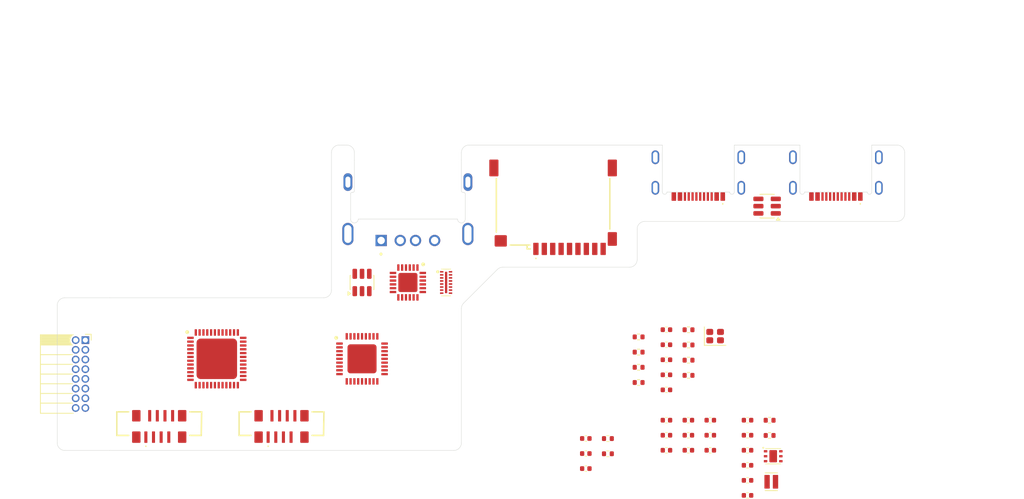
<source format=kicad_pcb>
(kicad_pcb (version 20241229) (generator "pcbnew") (generator_version "9.0")
  (layers (0 "F.Cu" signal) (2 "B.Cu" signal) (13 "F.Paste" user) (15 "B.Paste" user) (5 "F.SilkS" user "F.Silkscreen") (7 "B.SilkS" user "B.Silkscreen") (1 "F.Mask" user) (3 "B.Mask" user) (25 "Edge.Cuts" user))
  (net 0 "")
  (net 57 "GND")
  (net 61 "/SD Card/CD")
  (net 62 "+1V2")
  (net 65 "/USB Hub/XTAL2")
  (net 66 "/USB Hub/XTAL1")
  (net 67 "+3V3")
  (net 68 "/MCU/VREF+")
  (net 69 "VBUS")
  (net 70 "/Power/FB_1V8")
  (net 71 "/SD Card/SDREG")
  (net 72 "/SD Card/VDD")
  (net 73 "/SD Card/SD_VCC")
  (net 74 "/SD Card/SD_CLK_EX")
  (net 75 "/SD Card/SD_D1")
  (net 76 "/SD Card/SD_D3_EX")
  (net 77 "/SD Card/SD_D0")
  (net 78 "/SD Card/SD_CMD")
  (net 80 "/SD Card/SD_D1_EX")
  (net 81 "/SD Card/SD_D2_EX")
  (net 83 "/SD Card/SD_D3")
  (net 84 "/SD Card/SD_CMD_EX")
  (net 86 "/SD Card/SD_CLK")
  (net 87 "/SD Card/SD_D2")
  (net 88 "/SD Card/SD_D0_EX")
  (net 89 "/USB Connectors/USB0_CC2")
  (net 90 "/USB Connectors/USB0.DP")
  (net 91 "/USB Connectors/USB0_CC1")
  (net 92 "/USB Connectors/USB0.DN")
  (net 93 "/USB Connectors/USB1_CC1")
  (net 94 "/USB Connectors/USB1.DN")
  (net 95 "/USB Connectors/USB1.DP")
  (net 96 "/USB Connectors/USB1_CC2")
  (net 97 "/USB Connectors/USB2.DN")
  (net 98 "/USB Connectors/USB2.DP")
  (net 115 "/Power/SW_1V8")
  (net 116 "/MCU/SCL")
  (net 117 "/MCU/SDA")
  (net 118 "/USB Hub/RBIAS")
  (net 119 "/USB Hub/VBUS_DET")
  (net 120 "/USB Hub/CFG_SEL1")
  (net 121 "/MCU/DN")
  (net 122 "/SD Card/DP")
  (net 123 "/Daughter Board Connectors/~{KEYS_RST}")
  (net 124 "/MCU/DP")
  (net 125 "/SD Card/DN")
  (net 126 "/Debug Connector/CTRL.SWDIO")
  (net 127 "/Debug Connector/CTRL.SWCLK")
  (net 130 "/Daughter Board Connectors/KNOB.TX")
  (net 131 "/Daughter Board Connectors/KNOB.RX")
  (net 132 "/Daughter Board Connectors/KNOB.SWDIO")
  (net 133 "/Daughter Board Connectors/KNOB.SWCLK")
  (net 134 "/Daughter Board Connectors/KEYS.SWDIO")
  (net 135 "/Daughter Board Connectors/KEYS.RX")
  (net 136 "/Daughter Board Connectors/KEYS.SWCLK")
  (net 137 "/Daughter Board Connectors/KEYS.TX")
  (footprint "Connector_PinSocket_1.27mm:PinSocket_2x08_P1.27mm_Horizontal" (layer "F.Cu") (at 97.8 103.55)
    (property "Reference" "J501" (hide yes))
    (property "Value" "Conn_02x08_Odd_Even")
    (pad "1" thru_hole rect (at 0 0) (size 1 1) (drill 0.65) (layers "*.Cu" "*.Mask"))
    (pad "2" thru_hole circle (at -1.27 0) (size 1 1) (drill 0.65) (layers "*.Cu" "*.Mask"))
    (pad "3" thru_hole circle (at 0 1.27) (size 1 1) (drill 0.65) (layers "*.Cu" "*.Mask"))
    (pad "4" thru_hole circle (at -1.27 1.27) (size 1 1) (drill 0.65) (layers "*.Cu" "*.Mask"))
    (pad "5" thru_hole circle (at 0 2.54) (size 1 1) (drill 0.65) (layers "*.Cu" "*.Mask"))
    (pad "6" thru_hole circle (at -1.27 2.54) (size 1 1) (drill 0.65) (layers "*.Cu" "*.Mask"))
    (pad "7" thru_hole circle (at 0 3.81) (size 1 1) (drill 0.65) (layers "*.Cu" "*.Mask"))
    (pad "8" thru_hole circle (at -1.27 3.81) (size 1 1) (drill 0.65) (layers "*.Cu" "*.Mask"))
    (pad "9" thru_hole circle (at 0 5.08) (size 1 1) (drill 0.65) (layers "*.Cu" "*.Mask"))
    (pad "10" thru_hole circle (at -1.27 5.08) (size 1 1) (drill 0.65) (layers "*.Cu" "*.Mask"))
    (pad "11" thru_hole circle (at 0 6.35) (size 1 1) (drill 0.65) (layers "*.Cu" "*.Mask"))
    (pad "12" thru_hole circle (at -1.27 6.35) (size 1 1) (drill 0.65) (layers "*.Cu" "*.Mask"))
    (pad "13" thru_hole circle (at 0 7.62) (size 1 1) (drill 0.65) (layers "*.Cu" "*.Mask"))
    (pad "14" thru_hole circle (at -1.27 7.62) (size 1 1) (drill 0.65) (layers "*.Cu" "*.Mask"))
    (pad "15" thru_hole circle (at 0 8.89) (size 1 1) (drill 0.65) (layers "*.Cu" "*.Mask"))
    (pad "16" thru_hole circle (at -1.27 8.89) (size 1 1) (drill 0.65) (layers "*.Cu" "*.Mask"))
  )
  (footprint "project_footprints:R_0402" (layer "F.Cu") (at 176.72 108.165)
    (property "Reference" "R108" (hide yes))
    (property "Value" "10k" (hide yes))
    (pad "1" smd roundrect (at -0.51 0) (size 0.54 0.64) (layers "F.Cu" "F.Mask" "F.Paste") (net 120 "/USB Hub/CFG_SEL1"))
    (pad "2" smd roundrect (at 0.51 0) (size 0.54 0.64) (layers "F.Cu" "F.Mask" "F.Paste") (net 57 "GND"))
  )
  (footprint "project_footprints:C_0402" (layer "F.Cu") (at 179.57 117.975)
    (property "Reference" "C309" (hide yes))
    (property "Value" "4u7" (hide yes))
    (pad "1" smd roundrect (at -0.48 0) (size 0.56 0.62) (layers "F.Cu" "F.Mask" "F.Paste") (net 73 "/SD Card/SD_VCC"))
    (pad "2" smd roundrect (at 0.48 0) (size 0.56 0.62) (layers "F.Cu" "F.Mask" "F.Paste") (net 57 "GND"))
  )
  (footprint "project_footprints:R_0402" (layer "F.Cu") (at 187.33 114.045)
    (property "Reference" "R701" (hide yes))
    (property "Value" "820k" (hide yes))
    (pad "1" smd roundrect (at -0.51 0) (size 0.54 0.64) (layers "F.Cu" "F.Mask" "F.Paste") (net 67 "+3V3"))
    (pad "2" smd roundrect (at 0.51 0) (size 0.54 0.64) (layers "F.Cu" "F.Mask" "F.Paste") (net 70 "/Power/FB_1V8"))
  )
  (footprint "project_footprints:C_0402" (layer "F.Cu") (at 173.83 116.005)
    (property "Reference" "C302" (hide yes))
    (property "Value" "4u7" (hide yes))
    (pad "1" smd roundrect (at -0.48 0) (size 0.56 0.62) (layers "F.Cu" "F.Mask" "F.Paste") (net 71 "/SD Card/SDREG"))
    (pad "2" smd roundrect (at 0.48 0) (size 0.56 0.62) (layers "F.Cu" "F.Mask" "F.Paste") (net 57 "GND"))
  )
  (footprint "project_footprints:C_0402" (layer "F.Cu") (at 179.57 114.035)
    (property "Reference" "C307" (hide yes))
    (property "Value" "100n" (hide yes))
    (pad "1" smd roundrect (at -0.48 0) (size 0.56 0.62) (layers "F.Cu" "F.Mask" "F.Paste") (net 67 "+3V3"))
    (pad "2" smd roundrect (at 0.48 0) (size 0.56 0.62) (layers "F.Cu" "F.Mask" "F.Paste") (net 57 "GND"))
  )
  (footprint "project_footprints:R_0402" (layer "F.Cu") (at 187.33 116.035)
    (property "Reference" "R702" (hide yes))
    (property "Value" "182k" (hide yes))
    (pad "1" smd roundrect (at -0.51 0) (size 0.54 0.64) (layers "F.Cu" "F.Mask" "F.Paste") (net 70 "/Power/FB_1V8"))
    (pad "2" smd roundrect (at 0.51 0) (size 0.54 0.64) (layers "F.Cu" "F.Mask" "F.Paste") (net 57 "GND"))
  )
  (footprint "project_footprints:R_0402" (layer "F.Cu") (at 170.19 107.11)
    (property "Reference" "R203" (hide yes))
    (property "Value" "5k1" (hide yes))
    (pad "1" smd roundrect (at -0.51 0) (size 0.54 0.64) (layers "F.Cu" "F.Mask" "F.Paste") (net 89 "/USB Connectors/USB0_CC2"))
    (pad "2" smd roundrect (at 0.51 0) (size 0.54 0.64) (layers "F.Cu" "F.Mask" "F.Paste") (net 57 "GND"))
  )
  (footprint "project_footprints:C_0402" (layer "F.Cu") (at 184.44 117.975)
    (property "Reference" "C203" (hide yes))
    (property "Value" "22p" (hide yes))
    (pad "1" smd roundrect (at -0.48 0) (size 0.56 0.62) (layers "F.Cu" "F.Mask" "F.Paste") (net 67 "+3V3"))
    (pad "2" smd roundrect (at 0.48 0) (size 0.56 0.62) (layers "F.Cu" "F.Mask" "F.Paste") (net 70 "/Power/FB_1V8"))
  )
  (footprint "project_footprints:EMIF06MSD02N16" (layer "F.Cu") (at 145 96 -90)
    (property "Reference" "FL301" (hide yes))
    (property "Value" "EMIF06-MSD02N16" (hide yes))
    (pad "1" smd roundrect (at -1.4 0.575 270) (size 0.2 0.45) (layers "F.Cu" "F.Mask" "F.Paste") (roundrect_rratio 0.1) (net 61 "/SD Card/CD"))
    (pad "2" smd roundrect (at -1 0.575 270) (size 0.2 0.45) (layers "F.Cu" "F.Mask" "F.Paste") (roundrect_rratio 0.1))
    (pad "3" smd roundrect (at -0.6 0.575 270) (size 0.2 0.45) (layers "F.Cu" "F.Mask" "F.Paste") (roundrect_rratio 0.1) (net 87 "/SD Card/SD_D2"))
    (pad "4" smd roundrect (at -0.2 0.575 270) (size 0.2 0.45) (layers "F.Cu" "F.Mask" "F.Paste") (roundrect_rratio 0.1) (net 83 "/SD Card/SD_D3"))
    (pad "5" smd roundrect (at 0.2 0.575 270) (size 0.2 0.45) (layers "F.Cu" "F.Mask" "F.Paste") (roundrect_rratio 0.1) (net 78 "/SD Card/SD_CMD"))
    (pad "6" smd roundrect (at 0.6 0.575 270) (size 0.2 0.45) (layers "F.Cu" "F.Mask" "F.Paste") (roundrect_rratio 0.1) (net 86 "/SD Card/SD_CLK"))
    (pad "7" smd roundrect (at 1 0.575 270) (size 0.2 0.45) (layers "F.Cu" "F.Mask" "F.Paste") (roundrect_rratio 0.1) (net 77 "/SD Card/SD_D0"))
    (pad "8" smd roundrect (at 1.4 0.575 270) (size 0.2 0.45) (layers "F.Cu" "F.Mask" "F.Paste") (roundrect_rratio 0.1) (net 75 "/SD Card/SD_D1"))
    (pad "9" smd roundrect (at 1.4 -0.575 270) (size 0.2 0.45) (layers "F.Cu" "F.Mask" "F.Paste") (roundrect_rratio 0.1) (net 80 "/SD Card/SD_D1_EX"))
    (pad "10" smd roundrect (at 1 -0.575 270) (size 0.2 0.45) (layers "F.Cu" "F.Mask" "F.Paste") (roundrect_rratio 0.1) (net 88 "/SD Card/SD_D0_EX"))
    (pad "11" smd roundrect (at 0.6 -0.575 270) (size 0.2 0.45) (layers "F.Cu" "F.Mask" "F.Paste") (roundrect_rratio 0.1) (net 74 "/SD Card/SD_CLK_EX"))
    (pad "12" smd roundrect (at 0.2 -0.575 270) (size 0.2 0.45) (layers "F.Cu" "F.Mask" "F.Paste") (roundrect_rratio 0.1) (net 84 "/SD Card/SD_CMD_EX"))
    (pad "13" smd roundrect (at -0.2 -0.575 270) (size 0.2 0.45) (layers "F.Cu" "F.Mask" "F.Paste") (roundrect_rratio 0.1) (net 76 "/SD Card/SD_D3_EX"))
    (pad "14" smd roundrect (at -0.6 -0.575 270) (size 0.2 0.45) (layers "F.Cu" "F.Mask" "F.Paste") (roundrect_rratio 0.1) (net 81 "/SD Card/SD_D2_EX"))
    (pad "15" smd roundrect (at -1 -0.575 270) (size 0.2 0.45) (layers "F.Cu" "F.Mask" "F.Paste") (roundrect_rratio 0.1))
    (pad "16" smd roundrect (at -1.4 -0.575 270) (size 0.2 0.45) (layers "F.Cu" "F.Mask" "F.Paste") (roundrect_rratio 0.1))
    (pad "17" smd roundrect (at 0 0) (size 0.3 2.8) (layers "F.Cu" "F.Mask" "F.Paste") (roundrect_rratio 0.1) (net 57 "GND"))
  )
  (footprint "project_footprints:C_0402" (layer "F.Cu") (at 173.83 104.155)
    (property "Reference" "C102" (hide yes))
    (property "Value" "10p" (hide yes))
    (pad "1" smd roundrect (at -0.48 0) (size 0.56 0.62) (layers "F.Cu" "F.Mask" "F.Paste") (net 65 "/USB Hub/XTAL2"))
    (pad "2" smd roundrect (at 0.48 0) (size 0.56 0.62) (layers "F.Cu" "F.Mask" "F.Paste") (net 57 "GND"))
  )
  (footprint "project_footprints:C_0402" (layer "F.Cu") (at 184.44 121.915)
    (property "Reference" "C205" (hide yes))
    (property "Value" "4u7" (hide yes))
    (pad "1" smd roundrect (at -0.48 0) (size 0.56 0.62) (layers "F.Cu" "F.Mask" "F.Paste") (net 67 "+3V3"))
    (pad "2" smd roundrect (at 0.48 0) (size 0.56 0.62) (layers "F.Cu" "F.Mask" "F.Paste") (net 57 "GND"))
  )
  (footprint "project_footprints:R_0402" (layer "F.Cu") (at 170.19 105.12)
    (property "Reference" "R202" (hide yes))
    (property "Value" "5k1" (hide yes))
    (pad "1" smd roundrect (at -0.51 0) (size 0.54 0.64) (layers "F.Cu" "F.Mask" "F.Paste") (net 93 "/USB Connectors/USB1_CC1"))
    (pad "2" smd roundrect (at 0.51 0) (size 0.54 0.64) (layers "F.Cu" "F.Mask" "F.Paste") (net 57 "GND"))
  )
  (footprint "project_footprints:QFN50P600X600X100-37N-D" (layer "F.Cu") (at 134 106)
    (property "Reference" "U101" (hide yes))
    (property "Value" "USB2534-1080AEN" (hide yes))
    (pad "1" smd roundrect (at -2.95 -2 90) (size 0.3 0.85) (layers "F.Cu" "F.Mask" "F.Paste") (roundrect_rratio 0.1) (net 94 "/USB Connectors/USB1.DN"))
    (pad "2" smd roundrect (at -2.95 -1.5 90) (size 0.3 0.85) (layers "F.Cu" "F.Mask" "F.Paste") (roundrect_rratio 0.1) (net 95 "/USB Connectors/USB1.DP"))
    (pad "3" smd roundrect (at -2.95 -1 90) (size 0.3 0.85) (layers "F.Cu" "F.Mask" "F.Paste") (roundrect_rratio 0.1) (net 97 "/USB Connectors/USB2.DN"))
    (pad "4" smd roundrect (at -2.95 -0.5 90) (size 0.3 0.85) (layers "F.Cu" "F.Mask" "F.Paste") (roundrect_rratio 0.1) (net 98 "/USB Connectors/USB2.DP"))
    (pad "5" smd roundrect (at -2.95 0 90) (size 0.3 0.85) (layers "F.Cu" "F.Mask" "F.Paste") (roundrect_rratio 0.1))
    (pad "6" smd roundrect (at -2.95 0.5 90) (size 0.3 0.85) (layers "F.Cu" "F.Mask" "F.Paste") (roundrect_rratio 0.1) (net 125 "/SD Card/DN"))
    (pad "7" smd roundrect (at -2.95 1 90) (size 0.3 0.85) (layers "F.Cu" "F.Mask" "F.Paste") (roundrect_rratio 0.1) (net 122 "/SD Card/DP"))
    (pad "8" smd roundrect (at -2.95 1.5 90) (size 0.3 0.85) (layers "F.Cu" "F.Mask" "F.Paste") (roundrect_rratio 0.1) (net 121 "/MCU/DN"))
    (pad "9" smd roundrect (at -2.95 2 90) (size 0.3 0.85) (layers "F.Cu" "F.Mask" "F.Paste") (roundrect_rratio 0.1) (net 124 "/MCU/DP"))
    (pad "10" smd roundrect (at -2 2.95) (size 0.3 0.85) (layers "F.Cu" "F.Mask" "F.Paste") (roundrect_rratio 0.1) (net 67 "+3V3"))
    (pad "11" smd roundrect (at -1.5 2.95) (size 0.3 0.85) (layers "F.Cu" "F.Mask" "F.Paste") (roundrect_rratio 0.1))
    (pad "12" smd roundrect (at -1 2.95) (size 0.3 0.85) (layers "F.Cu" "F.Mask" "F.Paste") (roundrect_rratio 0.1))
    (pad "13" smd roundrect (at -0.5 2.95) (size 0.3 0.85) (layers "F.Cu" "F.Mask" "F.Paste") (roundrect_rratio 0.1))
    (pad "14" smd roundrect (at 0 2.95) (size 0.3 0.85) (layers "F.Cu" "F.Mask" "F.Paste") (roundrect_rratio 0.1) (net 62 "+1V2"))
    (pad "15" smd roundrect (at 0.5 2.95) (size 0.3 0.85) (layers "F.Cu" "F.Mask" "F.Paste") (roundrect_rratio 0.1) (net 67 "+3V3"))
    (pad "16" smd roundrect (at 1 2.95) (size 0.3 0.85) (layers "F.Cu" "F.Mask" "F.Paste") (roundrect_rratio 0.1))
    (pad "17" smd roundrect (at 1.5 2.95) (size 0.3 0.85) (layers "F.Cu" "F.Mask" "F.Paste") (roundrect_rratio 0.1))
    (pad "18" smd roundrect (at 2 2.95) (size 0.3 0.85) (layers "F.Cu" "F.Mask" "F.Paste") (roundrect_rratio 0.1))
    (pad "19" smd roundrect (at 2.95 2 90) (size 0.3 0.85) (layers "F.Cu" "F.Mask" "F.Paste") (roundrect_rratio 0.1))
    (pad "20" smd roundrect (at 2.95 1.5 90) (size 0.3 0.85) (layers "F.Cu" "F.Mask" "F.Paste") (roundrect_rratio 0.1))
    (pad "21" smd roundrect (at 2.95 1 90) (size 0.3 0.85) (layers "F.Cu" "F.Mask" "F.Paste") (roundrect_rratio 0.1))
    (pad "22" smd roundrect (at 2.95 0.5 90) (size 0.3 0.85) (layers "F.Cu" "F.Mask" "F.Paste") (roundrect_rratio 0.1) (net 117 "/MCU/SDA"))
    (pad "23" smd roundrect (at 2.95 0 90) (size 0.3 0.85) (layers "F.Cu" "F.Mask" "F.Paste") (roundrect_rratio 0.1) (net 67 "+3V3"))
    (pad "24" smd roundrect (at 2.95 -0.5 90) (size 0.3 0.85) (layers "F.Cu" "F.Mask" "F.Paste") (roundrect_rratio 0.1) (net 116 "/MCU/SCL"))
    (pad "25" smd roundrect (at 2.95 -1 90) (size 0.3 0.85) (layers "F.Cu" "F.Mask" "F.Paste") (roundrect_rratio 0.1) (net 120 "/USB Hub/CFG_SEL1"))
    (pad "26" smd roundrect (at 2.95 -1.5 90) (size 0.3 0.85) (layers "F.Cu" "F.Mask" "F.Paste") (roundrect_rratio 0.1) (net 123 "/Daughter Board Connectors/~{KEYS_RST}"))
    (pad "27" smd roundrect (at 2.95 -2 90) (size 0.3 0.85) (layers "F.Cu" "F.Mask" "F.Paste") (roundrect_rratio 0.1) (net 119 "/USB Hub/VBUS_DET"))
    (pad "28" smd roundrect (at 2 -2.95) (size 0.3 0.85) (layers "F.Cu" "F.Mask" "F.Paste") (roundrect_rratio 0.1))
    (pad "29" smd roundrect (at 1.5 -2.95) (size 0.3 0.85) (layers "F.Cu" "F.Mask" "F.Paste") (roundrect_rratio 0.1) (net 67 "+3V3"))
    (pad "30" smd roundrect (at 1 -2.95) (size 0.3 0.85) (layers "F.Cu" "F.Mask" "F.Paste") (roundrect_rratio 0.1) (net 92 "/USB Connectors/USB0.DN"))
    (pad "31" smd roundrect (at 0.5 -2.95) (size 0.3 0.85) (layers "F.Cu" "F.Mask" "F.Paste") (roundrect_rratio 0.1) (net 90 "/USB Connectors/USB0.DP"))
    (pad "32" smd roundrect (at 0 -2.95) (size 0.3 0.85) (layers "F.Cu" "F.Mask" "F.Paste") (roundrect_rratio 0.1) (net 65 "/USB Hub/XTAL2"))
    (pad "33" smd roundrect (at -0.5 -2.95) (size 0.3 0.85) (layers "F.Cu" "F.Mask" "F.Paste") (roundrect_rratio 0.1) (net 66 "/USB Hub/XTAL1"))
    (pad "34" smd roundrect (at -1 -2.95) (size 0.3 0.85) (layers "F.Cu" "F.Mask" "F.Paste") (roundrect_rratio 0.1))
    (pad "35" smd roundrect (at -1.5 -2.95) (size 0.3 0.85) (layers "F.Cu" "F.Mask" "F.Paste") (roundrect_rratio 0.1) (net 118 "/USB Hub/RBIAS"))
    (pad "36" smd roundrect (at -2 -2.95) (size 0.3 0.85) (layers "F.Cu" "F.Mask" "F.Paste") (roundrect_rratio 0.1) (net 67 "+3V3"))
    (pad "37" smd roundrect (at 0 0) (size 3.8 3.8) (layers "F.Cu" "F.Mask" "F.Paste") (roundrect_rratio 0.1) (net 57 "GND"))
  )
  (footprint "project_footprints:C_0402" (layer "F.Cu") (at 163.28 118.405)
    (property "Reference" "C110" (hide yes))
    (property "Value" "1u" (hide yes))
    (pad "1" smd roundrect (at -0.48 0) (size 0.56 0.62) (layers "F.Cu" "F.Mask" "F.Paste") (net 68 "/MCU/VREF+"))
    (pad "2" smd roundrect (at 0.48 0) (size 0.56 0.62) (layers "F.Cu" "F.Mask" "F.Paste") (net 57 "GND"))
  )
  (footprint "project_footprints:R_0402" (layer "F.Cu") (at 176.72 104.185)
    (property "Reference" "R104" (hide yes))
    (property "Value" "100k" (hide yes))
    (pad "1" smd roundrect (at -0.51 0) (size 0.54 0.64) (layers "F.Cu" "F.Mask" "F.Paste") (net 57 "GND"))
    (pad "2" smd roundrect (at 0.51 0) (size 0.54 0.64) (layers "F.Cu" "F.Mask" "F.Paste") (net 119 "/USB Hub/VBUS_DET"))
  )
  (footprint "project_footprints:C_0402" (layer "F.Cu") (at 173.83 106.125)
    (property "Reference" "C103" (hide yes))
    (property "Value" "10p" (hide yes))
    (pad "1" smd roundrect (at -0.48 0) (size 0.56 0.62) (layers "F.Cu" "F.Mask" "F.Paste") (net 66 "/USB Hub/XTAL1"))
    (pad "2" smd roundrect (at 0.48 0) (size 0.56 0.62) (layers "F.Cu" "F.Mask" "F.Paste") (net 57 "GND"))
  )
  (footprint "project_footprints:C_0402" (layer "F.Cu") (at 163.28 120.375)
    (property "Reference" "C111" (hide yes))
    (property "Value" "4u7" (hide yes))
    (pad "1" smd roundrect (at -0.48 0) (size 0.56 0.62) (layers "F.Cu" "F.Mask" "F.Paste") (net 67 "+3V3"))
    (pad "2" smd roundrect (at 0.48 0) (size 0.56 0.62) (layers "F.Cu" "F.Mask" "F.Paste") (net 57 "GND"))
  )
  (footprint "Crystal:Crystal_SMD_2016-4Pin_2.0x1.6mm" (layer "F.Cu") (at 180.2 103.025)
    (property "Reference" "Y101" (hide yes))
    (property "Value" "CX2016SA24000D0HLLG3")
    (pad "1" smd roundrect (at -0.7 0.55) (size 0.9 0.8) (layers "F.Cu" "F.Mask" "F.Paste") (net 65 "/USB Hub/XTAL2"))
    (pad "2" smd roundrect (at 0.7 0.55) (size 0.9 0.8) (layers "F.Cu" "F.Mask" "F.Paste") (net 57 "GND"))
    (pad "3" smd roundrect (at 0.7 -0.55) (size 0.9 0.8) (layers "F.Cu" "F.Mask" "F.Paste") (net 66 "/USB Hub/XTAL1"))
    (pad "4" smd roundrect (at -0.7 -0.55) (size 0.9 0.8) (layers "F.Cu" "F.Mask" "F.Paste") (net 57 "GND"))
  )
  (footprint "project_footprints:F31Z1A7H111008" (layer "F.Cu") (at 107.4647 114.6 180)
    (property "Reference" "J602" (hide yes))
    (property "Value" "F31Z1A7H111008" (hide yes))
    (pad "1" smd roundrect (at 1.75 -1.657 180) (size 0.4 1.5) (layers "F.Cu" "F.Mask" "F.Paste") (roundrect_rratio 0.1) (net 123 "/Daughter Board Connectors/~{KEYS_RST}"))
    (pad "2" smd roundrect (at 1.25 1.143 180) (size 0.4 1.5) (layers "F.Cu" "F.Mask" "F.Paste") (roundrect_rratio 0.1) (net 134 "/Daughter Board Connectors/KEYS.SWDIO"))
    (pad "3" smd roundrect (at 0.75 -1.657 180) (size 0.4 1.5) (layers "F.Cu" "F.Mask" "F.Paste") (roundrect_rratio 0.1) (net 136 "/Daughter Board Connectors/KEYS.SWCLK"))
    (pad "4" smd roundrect (at 0.25 1.143 180) (size 0.4 1.5) (layers "F.Cu" "F.Mask" "F.Paste") (roundrect_rratio 0.1) (net 57 "GND"))
    (pad "5" smd roundrect (at -0.25 -1.657 180) (size 0.4 1.5) (layers "F.Cu" "F.Mask" "F.Paste") (roundrect_rratio 0.1) (net 137 "/Daughter Board Connectors/KEYS.TX"))
    (pad "6" smd roundrect (at -0.75 1.143 180) (size 0.4 1.5) (layers "F.Cu" "F.Mask" "F.Paste") (roundrect_rratio 0.1) (net 135 "/Daughter Board Connectors/KEYS.RX"))
    (pad "7" smd roundrect (at -1.25 -1.657 180) (size 0.4 1.5) (layers "F.Cu" "F.Mask" "F.Paste") (roundrect_rratio 0.1) (net 67 "+3V3"))
    (pad "8" smd roundrect (at -1.75 1.143 180) (size 0.4 1.5) (layers "F.Cu" "F.Mask" "F.Paste") (roundrect_rratio 0.1) (net 69 "VBUS"))
    (pad "9" smd roundrect (at 3 -1.657 180) (size 1.1 1.5) (layers "F.Cu" "F.Mask" "F.Paste") (roundrect_rratio 0.1) (net 57 "GND"))
    (pad "10" smd roundrect (at 3 1.143 180) (size 1.1 1.5) (layers "F.Cu" "F.Mask" "F.Paste") (roundrect_rratio 0.1) (net 57 "GND"))
    (pad "11" smd roundrect (at -3 -1.657 180) (size 1.1 1.5) (layers "F.Cu" "F.Mask" "F.Paste") (roundrect_rratio 0.1) (net 57 "GND"))
    (pad "12" smd roundrect (at -3 1.143 180) (size 1.1 1.5) (layers "F.Cu" "F.Mask" "F.Paste") (roundrect_rratio 0.1) (net 57 "GND"))
  )
  (footprint "project_footprints:R_0402" (layer "F.Cu") (at 170.19 109.1)
    (property "Reference" "R204" (hide yes))
    (property "Value" "5k1" (hide yes))
    (pad "1" smd roundrect (at -0.51 0) (size 0.54 0.64) (layers "F.Cu" "F.Mask" "F.Paste") (net 91 "/USB Connectors/USB0_CC1"))
    (pad "2" smd roundrect (at 0.51 0) (size 0.54 0.64) (layers "F.Cu" "F.Mask" "F.Paste") (net 57 "GND"))
  )
  (footprint "project_footprints:USB4510031A" (layer "F.Cu") (at 178 78 180)
    (property "Reference" "J102" (hide yes))
    (property "Value" "USB4510-03-1-A" (hide yes))
    (fp_line (start 4.7 0) (end 4.7 -6.15) (stroke (width 0.05)) (layer "Edge.Cuts"))
    (fp_line (start -4.1 -6.15) (end 4.1 -6.15) (stroke (width 0.05)) (layer "Edge.Cuts"))
    (fp_line (start -4.7 0) (end -4.7 -6.15) (stroke (width 0.05)) (layer "Edge.Cuts"))
    (fp_arc (start 4.1 -6.15) (mid 4.4 -6.45) (end 4.7 -6.15) (stroke (width 0.05)) (layer "Edge.Cuts"))
    (fp_arc (start -4.7 -6.15) (mid -4.4 -6.45) (end -4.1 -6.15) (stroke (width 0.05)) (layer "Edge.Cuts"))
    (pad "A1" smd roundrect (at -3.2 -6.75 180) (size 0.6 1.1) (layers "F.Cu" "F.Mask" "F.Paste") (roundrect_rratio 0.1) (net 57 "GND"))
    (pad "A4" smd roundrect (at -2.4 -6.75 180) (size 0.6 1.1) (layers "F.Cu" "F.Mask" "F.Paste") (roundrect_rratio 0.1) (net 69 "VBUS"))
    (pad "A5" smd roundrect (at -1.25 -6.75 180) (size 0.3 1.1) (layers "F.Cu" "F.Mask" "F.Paste") (roundrect_rratio 0.1) (net 93 "/USB Connectors/USB1_CC1"))
    (pad "A6" smd roundrect (at -0.25 -6.75 180) (size 0.3 1.1) (layers "F.Cu" "F.Mask" "F.Paste") (roundrect_rratio 0.1) (net 95 "/USB Connectors/USB1.DP"))
    (pad "A7" smd roundrect (at 0.25 -6.75 180) (size 0.3 1.1) (layers "F.Cu" "F.Mask" "F.Paste") (roundrect_rratio 0.1) (net 94 "/USB Connectors/USB1.DN"))
    (pad "A8" smd roundrect (at 1.25 -6.75 180) (size 0.3 1.1) (layers "F.Cu" "F.Mask" "F.Paste") (roundrect_rratio 0.1))
    (pad "A9" smd roundrect (at 2.4 -6.75 180) (size 0.6 1.1) (layers "F.Cu" "F.Mask" "F.Paste") (roundrect_rratio 0.1) (net 69 "VBUS"))
    (pad "A12" smd roundrect (at 3.2 -6.75 180) (size 0.6 1.1) (layers "F.Cu" "F.Mask" "F.Paste") (roundrect_rratio 0.1) (net 57 "GND"))
    (pad "B5" smd roundrect (at 1.75 -6.75 180) (size 0.3 1.1) (layers "F.Cu" "F.Mask" "F.Paste") (roundrect_rratio 0.1) (net 96 "/USB Connectors/USB1_CC2"))
    (pad "B6" smd roundrect (at 0.75 -6.75 180) (size 0.3 1.1) (layers "F.Cu" "F.Mask" "F.Paste") (roundrect_rratio 0.1) (net 95 "/USB Connectors/USB1.DP"))
    (pad "B7" smd roundrect (at -0.75 -6.75 180) (size 0.3 1.1) (layers "F.Cu" "F.Mask" "F.Paste") (roundrect_rratio 0.1) (net 94 "/USB Connectors/USB1.DN"))
    (pad "B8" smd roundrect (at -1.75 -6.75 180) (size 0.3 1.1) (layers "F.Cu" "F.Mask" "F.Paste") (roundrect_rratio 0.1))
    (pad "MH1" thru_hole oval (at -5.62 -5.6 180) (size 1 1.8) (drill oval 0.6 1.4) (layers "*.Cu" "*.Mask") (net 57 "GND"))
    (pad "MH2" thru_hole oval (at -5.62 -1.6 180) (size 1 1.8) (drill oval 0.6 1.4) (layers "*.Cu" "*.Mask") (net 57 "GND"))
    (pad "MH3" thru_hole oval (at 5.62 -1.6 180) (size 1 1.8) (drill oval 0.6 1.4) (layers "*.Cu" "*.Mask") (net 57 "GND"))
    (pad "MH4" thru_hole oval (at 5.62 -5.6 180) (size 1 1.8) (drill oval 0.6 1.4) (layers "*.Cu" "*.Mask") (net 57 "GND"))
  )
  (footprint "project_footprints:R_0402" (layer "F.Cu") (at 176.72 102.195)
    (property "Reference" "R103" (hide yes))
    (property "Value" "12k" (hide yes))
    (pad "1" smd roundrect (at -0.51 0) (size 0.54 0.64) (layers "F.Cu" "F.Mask" "F.Paste") (net 118 "/USB Hub/RBIAS"))
    (pad "2" smd roundrect (at 0.51 0) (size 0.54 0.64) (layers "F.Cu" "F.Mask" "F.Paste") (net 57 "GND"))
  )
  (footprint "project_footprints:R_0402" (layer "F.Cu") (at 170.19 103.13)
    (property "Reference" "R201" (hide yes))
    (property "Value" "5k1" (hide yes))
    (pad "1" smd roundrect (at -0.51 0) (size 0.54 0.64) (layers "F.Cu" "F.Mask" "F.Paste") (net 96 "/USB Connectors/USB1_CC2"))
    (pad "2" smd roundrect (at 0.51 0) (size 0.54 0.64) (layers "F.Cu" "F.Mask" "F.Paste") (net 57 "GND"))
  )
  (footprint "project_footprints:C_0402" (layer "F.Cu") (at 184.44 119.945)
    (property "Reference" "C204" (hide yes))
    (property "Value" "4u7" (hide yes))
    (pad "1" smd roundrect (at -0.48 0) (size 0.56 0.62) (layers "F.Cu" "F.Mask" "F.Paste") (net 67 "+3V3"))
    (pad "2" smd roundrect (at 0.48 0) (size 0.56 0.62) (layers "F.Cu" "F.Mask" "F.Paste") (net 57 "GND"))
  )
  (footprint "project_footprints:C_0402" (layer "F.Cu") (at 179.57 116.005)
    (property "Reference" "C308" (hide yes))
    (property "Value" "4u7" (hide yes))
    (pad "1" smd roundrect (at -0.48 0) (size 0.56 0.62) (layers "F.Cu" "F.Mask" "F.Paste") (net 73 "/SD Card/SD_VCC"))
    (pad "2" smd roundrect (at 0.48 0) (size 0.56 0.62) (layers "F.Cu" "F.Mask" "F.Paste") (net 57 "GND"))
  )
  (footprint "project_footprints:F31Z1A7H111008" (layer "F.Cu") (at 123.4647 114.6 180)
    (property "Reference" "J601" (hide yes))
    (property "Value" "F31Z1A7H111008" (hide yes))
    (pad "1" smd roundrect (at 1.75 -1.657 180) (size 0.4 1.5) (layers "F.Cu" "F.Mask" "F.Paste") (roundrect_rratio 0.1) (net 123 "/Daughter Board Connectors/~{KEYS_RST}"))
    (pad "2" smd roundrect (at 1.25 1.143 180) (size 0.4 1.5) (layers "F.Cu" "F.Mask" "F.Paste") (roundrect_rratio 0.1) (net 132 "/Daughter Board Connectors/KNOB.SWDIO"))
    (pad "3" smd roundrect (at 0.75 -1.657 180) (size 0.4 1.5) (layers "F.Cu" "F.Mask" "F.Paste") (roundrect_rratio 0.1) (net 133 "/Daughter Board Connectors/KNOB.SWCLK"))
    (pad "4" smd roundrect (at 0.25 1.143 180) (size 0.4 1.5) (layers "F.Cu" "F.Mask" "F.Paste") (roundrect_rratio 0.1) (net 57 "GND"))
    (pad "5" smd roundrect (at -0.25 -1.657 180) (size 0.4 1.5) (layers "F.Cu" "F.Mask" "F.Paste") (roundrect_rratio 0.1) (net 130 "/Daughter Board Connectors/KNOB.TX"))
    (pad "6" smd roundrect (at -0.75 1.143 180) (size 0.4 1.5) (layers "F.Cu" "F.Mask" "F.Paste") (roundrect_rratio 0.1) (net 131 "/Daughter Board Connectors/KNOB.RX"))
    (pad "7" smd roundrect (at -1.25 -1.657 180) (size 0.4 1.5) (layers "F.Cu" "F.Mask" "F.Paste") (roundrect_rratio 0.1) (net 67 "+3V3"))
    (pad "8" smd roundrect (at -1.75 1.143 180) (size 0.4 1.5) (layers "F.Cu" "F.Mask" "F.Paste") (roundrect_rratio 0.1) (net 69 "VBUS"))
    (pad "9" smd roundrect (at 3 -1.657 180) (size 1.1 1.5) (layers "F.Cu" "F.Mask" "F.Paste") (roundrect_rratio 0.1) (net 57 "GND"))
    (pad "10" smd roundrect (at 3 1.143 180) (size 1.1 1.5) (layers "F.Cu" "F.Mask" "F.Paste") (roundrect_rratio 0.1) (net 57 "GND"))
    (pad "11" smd roundrect (at -3 -1.657 180) (size 1.1 1.5) (layers "F.Cu" "F.Mask" "F.Paste") (roundrect_rratio 0.1) (net 57 "GND"))
    (pad "12" smd roundrect (at -3 1.143 180) (size 1.1 1.5) (layers "F.Cu" "F.Mask" "F.Paste") (roundrect_rratio 0.1) (net 57 "GND"))
  )
  (footprint "project_footprints:MSD1A" (layer "F.Cu") (at 159 84.5 180)
    (property "Reference" "J105" (hide yes))
    (property "Value" "MSD-1-A" (hide yes))
    (pad "" np_thru_hole circle (at -4.95 3.9 180) (size 1 1) (drill 1) (layers "*.Cu" "*.Mask"))
    (pad "" np_thru_hole circle (at 3.05 3.9 180) (size 1 1) (drill 1) (layers "*.Cu" "*.Mask"))
    (pad "1" smd roundrect (at 2.25 -7.1 180) (size 0.7 1.6) (layers "F.Cu" "F.Mask" "F.Paste") (roundrect_rratio 0.1) (net 81 "/SD Card/SD_D2_EX"))
    (pad "2" smd roundrect (at 1.15 -7.1 180) (size 0.7 1.6) (layers "F.Cu" "F.Mask" "F.Paste") (roundrect_rratio 0.1) (net 76 "/SD Card/SD_D3_EX"))
    (pad "3" smd roundrect (at 0.05 -7.1 180) (size 0.7 1.6) (layers "F.Cu" "F.Mask" "F.Paste") (roundrect_rratio 0.1) (net 84 "/SD Card/SD_CMD_EX"))
    (pad "4" smd roundrect (at -1.05 -7.1 180) (size 0.7 1.6) (layers "F.Cu" "F.Mask" "F.Paste") (roundrect_rratio 0.1) (net 73 "/SD Card/SD_VCC"))
    (pad "5" smd roundrect (at -2.15 -7.1 180) (size 0.7 1.6) (layers "F.Cu" "F.Mask" "F.Paste") (roundrect_rratio 0.1) (net 74 "/SD Card/SD_CLK_EX"))
    (pad "6" smd roundrect (at -3.25 -7.1 180) (size 0.7 1.6) (layers "F.Cu" "F.Mask" "F.Paste") (roundrect_rratio 0.1) (net 57 "GND"))
    (pad "7" smd roundrect (at -4.35 -7.1 180) (size 0.7 1.6) (layers "F.Cu" "F.Mask" "F.Paste") (roundrect_rratio 0.1) (net 88 "/SD Card/SD_D0_EX"))
    (pad "8" smd roundrect (at -5.45 -7.1 180) (size 0.7 1.6) (layers "F.Cu" "F.Mask" "F.Paste") (roundrect_rratio 0.1) (net 80 "/SD Card/SD_D1_EX"))
    (pad "9" smd roundrect (at 6.85 -6.05 270) (size 1.5 1.6) (layers "F.Cu" "F.Mask" "F.Paste") (roundrect_rratio 0.1) (net 57 "GND"))
    (pad "10" smd roundrect (at -7.75 -5.8 180) (size 1.2 1.8) (layers "F.Cu" "F.Mask" "F.Paste") (roundrect_rratio 0.1) (net 57 "GND"))
    (pad "11" smd roundrect (at 7.75 3.5 180) (size 1.2 2.2) (layers "F.Cu" "F.Mask" "F.Paste") (roundrect_rratio 0.1) (net 57 "GND"))
    (pad "12" smd roundrect (at -7.75 3.5 180) (size 1.2 2.2) (layers "F.Cu" "F.Mask" "F.Paste") (roundrect_rratio 0.1) (net 57 "GND"))
    (pad "CD" smd roundrect (at -6.55 -7.1 180) (size 0.7 1.6) (layers "F.Cu" "F.Mask" "F.Paste") (roundrect_rratio 0.1) (net 61 "/SD Card/CD"))
  )
  (footprint "project_footprints:C_0402" (layer "F.Cu") (at 173.83 114.035)
    (property "Reference" "C301" (hide yes))
    (property "Value" "100n" (hide yes))
    (pad "1" smd roundrect (at -0.48 0) (size 0.56 0.62) (layers "F.Cu" "F.Mask" "F.Paste") (net 71 "/SD Card/SDREG"))
    (pad "2" smd roundrect (at 0.48 0) (size 0.56 0.62) (layers "F.Cu" "F.Mask" "F.Paste") (net 57 "GND"))
  )
  (footprint "project_footprints:R_0402" (layer "F.Cu") (at 176.72 106.175)
    (property "Reference" "R105" (hide yes))
    (property "Value" "47k" (hide yes))
    (pad "1" smd roundrect (at -0.51 0) (size 0.54 0.64) (layers "F.Cu" "F.Mask" "F.Paste") (net 119 "/USB Hub/VBUS_DET"))
    (pad "2" smd roundrect (at 0.51 0) (size 0.54 0.64) (layers "F.Cu" "F.Mask" "F.Paste") (net 69 "VBUS"))
  )
  (footprint "project_footprints:C_0402" (layer "F.Cu") (at 173.83 117.975)
    (property "Reference" "C303" (hide yes))
    (property "Value" "4u7" (hide yes))
    (pad "1" smd roundrect (at -0.48 0) (size 0.56 0.62) (layers "F.Cu" "F.Mask" "F.Paste") (net 72 "/SD Card/VDD"))
    (pad "2" smd roundrect (at 0.48 0) (size 0.56 0.62) (layers "F.Cu" "F.Mask" "F.Paste") (net 57 "GND"))
  )
  (footprint "Package_TO_SOT_SMD:SOT-23-6" (layer "F.Cu") (at 134 96 90)
    (property "Reference" "U201" (hide yes))
    (property "Value" "USBLC6-4SC6")
    (pad "1" smd roundrect (at -1.1375 -0.95 90) (size 1.325 0.6) (layers "F.Cu" "F.Mask" "F.Paste") (net 95 "/USB Connectors/USB1.DP"))
    (pad "2" smd roundrect (at -1.1375 0 90) (size 1.325 0.6) (layers "F.Cu" "F.Mask" "F.Paste") (net 57 "GND"))
    (pad "3" smd roundrect (at -1.1375 0.95 90) (size 1.325 0.6) (layers "F.Cu" "F.Mask" "F.Paste") (net 94 "/USB Connectors/USB1.DN"))
    (pad "4" smd roundrect (at 1.1375 0.95 90) (size 1.325 0.6) (layers "F.Cu" "F.Mask" "F.Paste") (net 98 "/USB Connectors/USB2.DP"))
    (pad "5" smd roundrect (at 1.1375 0 90) (size 1.325 0.6) (layers "F.Cu" "F.Mask" "F.Paste") (net 69 "VBUS"))
    (pad "6" smd roundrect (at 1.1375 -0.95 90) (size 1.325 0.6) (layers "F.Cu" "F.Mask" "F.Paste") (net 97 "/USB Connectors/USB2.DN"))
  )
  (footprint "project_footprints:GSB12J21C1EU" (layer "F.Cu") (at 140 80 180)
    (property "Reference" "J103" (hide yes))
    (property "Value" "AMPHENOL_GSB12J21C1EU")
    (fp_line (start 7.5 -7.7) (end 7.5 -4.4) (stroke (width 0.05)) (layer "Edge.Cuts"))
    (fp_line (start 7.2 -4.2) (end 7.3 -4.2) (stroke (width 0.05)) (layer "Edge.Cuts"))
    (fp_line (start 7 -4) (end 7 0) (stroke (width 0.05)) (layer "Edge.Cuts"))
    (fp_line (start -6.5 -7.7) (end 6.5 -7.7) (stroke (width 0.05)) (layer "Edge.Cuts"))
    (fp_line (start -7 0) (end -7 -4) (stroke (width 0.05)) (layer "Edge.Cuts"))
    (fp_line (start -7.3 -4.2) (end -7.2 -4.2) (stroke (width 0.05)) (layer "Edge.Cuts"))
    (fp_line (start -7.5 -4.4) (end -7.5 -7.7) (stroke (width 0.05)) (layer "Edge.Cuts"))
    (fp_arc (start 7.5 -4.4) (mid 7.441421 -4.258578) (end 7.3 -4.2) (stroke (width 0.05)) (layer "Edge.Cuts"))
    (fp_arc (start 7 -4) (mid 7.058578 -4.141421) (end 7.2 -4.2) (stroke (width 0.05)) (layer "Edge.Cuts"))
    (fp_arc (start 6.5 -7.7) (mid 7 -8.2) (end 7.5 -7.7) (stroke (width 0.05)) (layer "Edge.Cuts"))
    (fp_arc (start -7.2 -4.2) (mid -7.058579 -4.141422) (end -7 -4) (stroke (width 0.05)) (layer "Edge.Cuts"))
    (fp_arc (start -7.3 -4.2) (mid -7.441421 -4.258579) (end -7.5 -4.4) (stroke (width 0.05)) (layer "Edge.Cuts"))
    (fp_arc (start -7.5 -7.7) (mid -7 -8.2) (end -6.5 -7.7) (stroke (width 0.05)) (layer "Edge.Cuts"))
    (pad "1" thru_hole rect (at 3.5 -10.5 180) (size 1.478 1.478) (drill 0.97) (layers "*.Cu" "*.Mask") (net 69 "VBUS"))
    (pad "2" thru_hole circle (at 1 -10.5 180) (size 1.478 1.478) (drill 0.97) (layers "*.Cu" "*.Mask") (net 98 "/USB Connectors/USB2.DP"))
    (pad "3" thru_hole circle (at -1 -10.5 180) (size 1.478 1.478) (drill 0.97) (layers "*.Cu" "*.Mask") (net 97 "/USB Connectors/USB2.DN"))
    (pad "4" thru_hole circle (at -3.5 -10.5 180) (size 1.478 1.478) (drill 0.97) (layers "*.Cu" "*.Mask") (net 57 "GND"))
    (pad "SH1" thru_hole oval (at -7.85 -2.85 180) (size 1.158 2.316) (drill oval 0.65 1.45) (layers "*.Cu" "*.Mask") (net 57 "GND"))
    (pad "SH2" thru_hole oval (at 7.85 -2.85 180) (size 1.158 2.316) (drill oval 0.65 1.45) (layers "*.Cu" "*.Mask") (net 57 "GND"))
    (pad "SH3" thru_hole oval (at -7.85 -9.65 180) (size 1.458 2.916) (drill oval 0.95 2.35) (layers "*.Cu" "*.Mask") (net 57 "GND"))
    (pad "SH4" thru_hole oval (at 7.85 -9.65 180) (size 1.458 2.916) (drill oval 0.95 2.35) (layers "*.Cu" "*.Mask") (net 57 "GND"))
  )
  (footprint "project_footprints:C_0402" (layer "F.Cu") (at 184.44 123.885)
    (property "Reference" "C206" (hide yes))
    (property "Value" "4u7" (hide yes))
    (pad "1" smd roundrect (at -0.48 0) (size 0.56 0.62) (layers "F.Cu" "F.Mask" "F.Paste") (net 67 "+3V3"))
    (pad "2" smd roundrect (at 0.48 0) (size 0.56 0.62) (layers "F.Cu" "F.Mask" "F.Paste") (net 57 "GND"))
  )
  (footprint "project_footprints:USB4510031A" (layer "F.Cu") (at 196 78 180)
    (property "Reference" "J101" (hide yes))
    (property "Value" "USB4510-03-1-A" (hide yes))
    (fp_line (start 4.7 0) (end 4.7 -6.15) (stroke (width 0.05)) (layer "Edge.Cuts"))
    (fp_line (start -4.1 -6.15) (end 4.1 -6.15) (stroke (width 0.05)) (layer "Edge.Cuts"))
    (fp_line (start -4.7 0) (end -4.7 -6.15) (stroke (width 0.05)) (layer "Edge.Cuts"))
    (fp_arc (start 4.1 -6.15) (mid 4.4 -6.45) (end 4.7 -6.15) (stroke (width 0.05)) (layer "Edge.Cuts"))
    (fp_arc (start -4.7 -6.15) (mid -4.4 -6.45) (end -4.1 -6.15) (stroke (width 0.05)) (layer "Edge.Cuts"))
    (pad "A1" smd roundrect (at -3.2 -6.75 180) (size 0.6 1.1) (layers "F.Cu" "F.Mask" "F.Paste") (roundrect_rratio 0.1) (net 57 "GND"))
    (pad "A4" smd roundrect (at -2.4 -6.75 180) (size 0.6 1.1) (layers "F.Cu" "F.Mask" "F.Paste") (roundrect_rratio 0.1) (net 69 "VBUS"))
    (pad "A5" smd roundrect (at -1.25 -6.75 180) (size 0.3 1.1) (layers "F.Cu" "F.Mask" "F.Paste") (roundrect_rratio 0.1) (net 91 "/USB Connectors/USB0_CC1"))
    (pad "A6" smd roundrect (at -0.25 -6.75 180) (size 0.3 1.1) (layers "F.Cu" "F.Mask" "F.Paste") (roundrect_rratio 0.1) (net 90 "/USB Connectors/USB0.DP"))
    (pad "A7" smd roundrect (at 0.25 -6.75 180) (size 0.3 1.1) (layers "F.Cu" "F.Mask" "F.Paste") (roundrect_rratio 0.1) (net 92 "/USB Connectors/USB0.DN"))
    (pad "A8" smd roundrect (at 1.25 -6.75 180) (size 0.3 1.1) (layers "F.Cu" "F.Mask" "F.Paste") (roundrect_rratio 0.1))
    (pad "A9" smd roundrect (at 2.4 -6.75 180) (size 0.6 1.1) (layers "F.Cu" "F.Mask" "F.Paste") (roundrect_rratio 0.1) (net 69 "VBUS"))
    (pad "A12" smd roundrect (at 3.2 -6.75 180) (size 0.6 1.1) (layers "F.Cu" "F.Mask" "F.Paste") (roundrect_rratio 0.1) (net 57 "GND"))
    (pad "B5" smd roundrect (at 1.75 -6.75 180) (size 0.3 1.1) (layers "F.Cu" "F.Mask" "F.Paste") (roundrect_rratio 0.1) (net 89 "/USB Connectors/USB0_CC2"))
    (pad "B6" smd roundrect (at 0.75 -6.75 180) (size 0.3 1.1) (layers "F.Cu" "F.Mask" "F.Paste") (roundrect_rratio 0.1) (net 90 "/USB Connectors/USB0.DP"))
    (pad "B7" smd roundrect (at -0.75 -6.75 180) (size 0.3 1.1) (layers "F.Cu" "F.Mask" "F.Paste") (roundrect_rratio 0.1) (net 92 "/USB Connectors/USB0.DN"))
    (pad "B8" smd roundrect (at -1.75 -6.75 180) (size 0.3 1.1) (layers "F.Cu" "F.Mask" "F.Paste") (roundrect_rratio 0.1))
    (pad "MH1" thru_hole oval (at -5.62 -5.6 180) (size 1 1.8) (drill oval 0.6 1.4) (layers "*.Cu" "*.Mask") (net 57 "GND"))
    (pad "MH2" thru_hole oval (at -5.62 -1.6 180) (size 1 1.8) (drill oval 0.6 1.4) (layers "*.Cu" "*.Mask") (net 57 "GND"))
    (pad "MH3" thru_hole oval (at 5.62 -1.6 180) (size 1 1.8) (drill oval 0.6 1.4) (layers "*.Cu" "*.Mask") (net 57 "GND"))
    (pad "MH4" thru_hole oval (at 5.62 -5.6 180) (size 1 1.8) (drill oval 0.6 1.4) (layers "*.Cu" "*.Mask") (net 57 "GND"))
  )
  (footprint "project_footprints:SON65P200X200X80-7N" (layer "F.Cu") (at 187.8 118.755)
    (property "Reference" "U701" (hide yes))
    (property "Value" "TPS62290TDRVRQ1" (hide yes))
    (pad "1" smd roundrect (at -1 -0.65 90) (size 0.3 0.45) (layers "F.Cu" "F.Mask" "F.Paste") (roundrect_rratio 0.1) (net 115 "/Power/SW_1V8"))
    (pad "2" smd roundrect (at -1 0 90) (size 0.3 0.45) (layers "F.Cu" "F.Mask" "F.Paste") (roundrect_rratio 0.1) (net 69 "VBUS"))
    (pad "3" smd roundrect (at -1 0.65 90) (size 0.3 0.45) (layers "F.Cu" "F.Mask" "F.Paste") (roundrect_rratio 0.1) (net 70 "/Power/FB_1V8"))
    (pad "4" smd roundrect (at 1 0.65 90) (size 0.3 0.45) (layers "F.Cu" "F.Mask" "F.Paste") (roundrect_rratio 0.1) (net 69 "VBUS"))
    (pad "5" smd roundrect (at 1 0 90) (size 0.3 0.45) (layers "F.Cu" "F.Mask" "F.Paste") (roundrect_rratio 0.1) (net 69 "VBUS"))
    (pad "6" smd roundrect (at 1 -0.65 90) (size 0.3 0.45) (layers "F.Cu" "F.Mask" "F.Paste") (roundrect_rratio 0.1) (net 57 "GND"))
    (pad "7" smd roundrect (at 0 0) (size 1 1.6) (layers "F.Cu" "F.Mask" "F.Paste") (roundrect_rratio 0.1) (net 57 "GND"))
  )
  (footprint "project_footprints:C_0402" (layer "F.Cu") (at 184.44 116.005)
    (property "Reference" "C202" (hide yes))
    (property "Value" "4u7" (hide yes))
    (pad "1" smd roundrect (at -0.48 0) (size 0.56 0.62) (layers "F.Cu" "F.Mask" "F.Paste") (net 69 "VBUS"))
    (pad "2" smd roundrect (at 0.48 0) (size 0.56 0.62) (layers "F.Cu" "F.Mask" "F.Paste") (net 57 "GND"))
  )
  (footprint "project_footprints:L_Wurth_WE-MAIA-1610" (layer "F.Cu") (at 187.55 122.1)
    (property "Reference" "L201" (hide yes))
    (property "Value" "78438313015" (hide yes))
    (pad "1" smd roundrect (at -0.55 0) (size 0.7 1.8) (layers "F.Cu" "F.Mask" "F.Paste") (roundrect_rratio 0.1) (net 115 "/Power/SW_1V8"))
    (pad "2" smd roundrect (at 0.55 0) (size 0.7 1.8) (layers "F.Cu" "F.Mask" "F.Paste") (roundrect_rratio 0.1) (net 67 "+3V3"))
  )
  (footprint "project_footprints:C_0402" (layer "F.Cu") (at 176.7 117.975)
    (property "Reference" "C306" (hide yes))
    (property "Value" "100n" (hide yes))
    (pad "1" smd roundrect (at -0.48 0) (size 0.56 0.62) (layers "F.Cu" "F.Mask" "F.Paste") (net 67 "+3V3"))
    (pad "2" smd roundrect (at 0.48 0) (size 0.56 0.62) (layers "F.Cu" "F.Mask" "F.Paste") (net 57 "GND"))
  )
  (footprint "project_footprints:C_0402" (layer "F.Cu") (at 173.83 108.095)
    (property "Reference" "C105" (hide yes))
    (property "Value" "1u" (hide yes))
    (pad "1" smd roundrect (at -0.48 0) (size 0.56 0.62) (layers "F.Cu" "F.Mask" "F.Paste") (net 67 "+3V3"))
    (pad "2" smd roundrect (at 0.48 0) (size 0.56 0.62) (layers "F.Cu" "F.Mask" "F.Paste") (net 57 "GND"))
  )
  (footprint "project_footprints:C_0402" (layer "F.Cu") (at 173.83 110.065)
    (property "Reference" "C106" (hide yes))
    (property "Value" "100n" (hide yes))
    (pad "1" smd roundrect (at -0.48 0) (size 0.56 0.62) (layers "F.Cu" "F.Mask" "F.Paste") (net 67 "+3V3"))
    (pad "2" smd roundrect (at 0.48 0) (size 0.56 0.62) (layers "F.Cu" "F.Mask" "F.Paste") (net 57 "GND"))
  )
  (footprint "project_footprints:C_0402" (layer "F.Cu") (at 173.83 102.185)
    (property "Reference" "C101" (hide yes))
    (property "Value" "1u" (hide yes))
    (pad "1" smd roundrect (at -0.48 0) (size 0.56 0.62) (layers "F.Cu" "F.Mask" "F.Paste") (net 62 "+1V2"))
    (pad "2" smd roundrect (at 0.48 0) (size 0.56 0.62) (layers "F.Cu" "F.Mask" "F.Paste") (net 57 "GND"))
  )
  (footprint "project_footprints:C_0402" (layer "F.Cu") (at 176.7 116.005)
    (property "Reference" "C305" (hide yes))
    (property "Value" "4u7" (hide yes))
    (pad "1" smd roundrect (at -0.48 0) (size 0.56 0.62) (layers "F.Cu" "F.Mask" "F.Paste") (net 67 "+3V3"))
    (pad "2" smd roundrect (at 0.48 0) (size 0.56 0.62) (layers "F.Cu" "F.Mask" "F.Paste") (net 57 "GND"))
  )
  (footprint "project_footprints:R_0402" (layer "F.Cu") (at 166.17 118.435)
    (property "Reference" "R102" (hide yes))
    (property "Value" "10k" (hide yes))
    (pad "1" smd roundrect (at -0.51 0) (size 0.54 0.64) (layers "F.Cu" "F.Mask" "F.Paste") (net 67 "+3V3"))
    (pad "2" smd roundrect (at 0.51 0) (size 0.54 0.64) (layers "F.Cu" "F.Mask" "F.Paste") (net 117 "/MCU/SDA"))
  )
  (footprint "project_footprints:R_0402" (layer "F.Cu") (at 166.17 116.445)
    (property "Reference" "R101" (hide yes))
    (property "Value" "10k" (hide yes))
    (pad "1" smd roundrect (at -0.51 0) (size 0.54 0.64) (layers "F.Cu" "F.Mask" "F.Paste") (net 67 "+3V3"))
    (pad "2" smd roundrect (at 0.51 0) (size 0.54 0.64) (layers "F.Cu" "F.Mask" "F.Paste") (net 116 "/MCU/SCL"))
  )
  (footprint "Package_TO_SOT_SMD:SOT-23-6" (layer "F.Cu") (at 187 86 180)
    (property "Reference" "U104" (hide yes))
    (property "Value" "USBLC6-4SC6")
    (pad "1" smd roundrect (at -1.1375 -0.95 180) (size 1.325 0.6) (layers "F.Cu" "F.Mask" "F.Paste") (net 90 "/USB Connectors/USB0.DP"))
    (pad "2" smd roundrect (at -1.1375 0 180) (size 1.325 0.6) (layers "F.Cu" "F.Mask" "F.Paste") (net 57 "GND"))
    (pad "3" smd roundrect (at -1.1375 0.95 180) (size 1.325 0.6) (layers "F.Cu" "F.Mask" "F.Paste") (net 92 "/USB Connectors/USB0.DN"))
    (pad "4" smd roundrect (at 1.1375 0.95 180) (size 1.325 0.6) (layers "F.Cu" "F.Mask" "F.Paste"))
    (pad "5" smd roundrect (at 1.1375 0 180) (size 1.325 0.6) (layers "F.Cu" "F.Mask" "F.Paste") (net 69 "VBUS"))
    (pad "6" smd roundrect (at 1.1375 -0.95 180) (size 1.325 0.6) (layers "F.Cu" "F.Mask" "F.Paste"))
  )
  (footprint "project_footprints:QFN50P400X400X100-25N-D" (layer "F.Cu") (at 140 96 -90)
    (property "Reference" "U103" (hide yes))
    (property "Value" "GL835" (hide yes))
    (pad "1" smd roundrect (at -1.95 -1.25) (size 0.3 0.85) (layers "F.Cu" "F.Mask" "F.Paste") (roundrect_rratio 0.1) (net 72 "/SD Card/VDD"))
    (pad "2" smd roundrect (at -1.95 -0.75) (size 0.3 0.85) (layers "F.Cu" "F.Mask" "F.Paste") (roundrect_rratio 0.1))
    (pad "3" smd roundrect (at -1.95 -0.25) (size 0.3 0.85) (layers "F.Cu" "F.Mask" "F.Paste") (roundrect_rratio 0.1) (net 122 "/SD Card/DP"))
    (pad "4" smd roundrect (at -1.95 0.25) (size 0.3 0.85) (layers "F.Cu" "F.Mask" "F.Paste") (roundrect_rratio 0.1) (net 125 "/SD Card/DN"))
    (pad "5" smd roundrect (at -1.95 0.75) (size 0.3 0.85) (layers "F.Cu" "F.Mask" "F.Paste") (roundrect_rratio 0.1) (net 67 "+3V3"))
    (pad "6" smd roundrect (at -1.95 1.25) (size 0.3 0.85) (layers "F.Cu" "F.Mask" "F.Paste") (roundrect_rratio 0.1) (net 67 "+3V3"))
    (pad "7" smd roundrect (at -1.25 1.95 270) (size 0.3 0.85) (layers "F.Cu" "F.Mask" "F.Paste") (roundrect_rratio 0.1) (net 73 "/SD Card/SD_VCC"))
    (pad "8" smd roundrect (at -0.75 1.95 270) (size 0.3 0.85) (layers "F.Cu" "F.Mask" "F.Paste") (roundrect_rratio 0.1))
    (pad "9" smd roundrect (at -0.25 1.95 270) (size 0.3 0.85) (layers "F.Cu" "F.Mask" "F.Paste") (roundrect_rratio 0.1) (net 57 "GND"))
    (pad "10" smd roundrect (at 0.25 1.95 270) (size 0.3 0.85) (layers "F.Cu" "F.Mask" "F.Paste") (roundrect_rratio 0.1) (net 61 "/SD Card/CD"))
    (pad "11" smd roundrect (at 0.75 1.95 270) (size 0.3 0.85) (layers "F.Cu" "F.Mask" "F.Paste") (roundrect_rratio 0.1) (net 57 "GND"))
    (pad "12" smd roundrect (at 1.25 1.95 270) (size 0.3 0.85) (layers "F.Cu" "F.Mask" "F.Paste") (roundrect_rratio 0.1) (net 75 "/SD Card/SD_D1"))
    (pad "13" smd roundrect (at 1.95 1.25) (size 0.3 0.85) (layers "F.Cu" "F.Mask" "F.Paste") (roundrect_rratio 0.1) (net 77 "/SD Card/SD_D0"))
    (pad "14" smd roundrect (at 1.95 0.75) (size 0.3 0.85) (layers "F.Cu" "F.Mask" "F.Paste") (roundrect_rratio 0.1))
    (pad "15" smd roundrect (at 1.95 0.25) (size 0.3 0.85) (layers "F.Cu" "F.Mask" "F.Paste") (roundrect_rratio 0.1))
    (pad "16" smd roundrect (at 1.95 -0.25) (size 0.3 0.85) (layers "F.Cu" "F.Mask" "F.Paste") (roundrect_rratio 0.1) (net 71 "/SD Card/SDREG"))
    (pad "17" smd roundrect (at 1.95 -0.75) (size 0.3 0.85) (layers "F.Cu" "F.Mask" "F.Paste") (roundrect_rratio 0.1))
    (pad "18" smd roundrect (at 1.95 -1.25) (size 0.3 0.85) (layers "F.Cu" "F.Mask" "F.Paste") (roundrect_rratio 0.1) (net 86 "/SD Card/SD_CLK"))
    (pad "19" smd roundrect (at 1.25 -1.95 270) (size 0.3 0.85) (layers "F.Cu" "F.Mask" "F.Paste") (roundrect_rratio 0.1))
    (pad "20" smd roundrect (at 0.75 -1.95 270) (size 0.3 0.85) (layers "F.Cu" "F.Mask" "F.Paste") (roundrect_rratio 0.1) (net 78 "/SD Card/SD_CMD"))
    (pad "21" smd roundrect (at 0.25 -1.95 270) (size 0.3 0.85) (layers "F.Cu" "F.Mask" "F.Paste") (roundrect_rratio 0.1))
    (pad "22" smd roundrect (at -0.25 -1.95 270) (size 0.3 0.85) (layers "F.Cu" "F.Mask" "F.Paste") (roundrect_rratio 0.1) (net 83 "/SD Card/SD_D3"))
    (pad "23" smd roundrect (at -0.75 -1.95 270) (size 0.3 0.85) (layers "F.Cu" "F.Mask" "F.Paste") (roundrect_rratio 0.1) (net 87 "/SD Card/SD_D2"))
    (pad "24" smd roundrect (at -1.25 -1.95 270) (size 0.3 0.85) (layers "F.Cu" "F.Mask" "F.Paste") (roundrect_rratio 0.1))
    (pad "25" smd roundrect (at 0 0 270) (size 2.5 2.5) (layers "F.Cu" "F.Mask" "F.Paste") (roundrect_rratio 0.1) (net 57 "GND"))
  )
  (footprint "project_footprints:QFN50P700X700X60-49N-D" (layer "F.Cu") (at 115 106)
    (property "Reference" "U102" (hide yes))
    (property "Value" "STM32G0C1CEUx" (hide yes))
    (pad "1" smd roundrect (at -3.45 -2.75 90) (size 0.3 0.85) (layers "F.Cu" "F.Mask" "F.Paste") (roundrect_rratio 0.1))
    (pad "2" smd roundrect (at -3.45 -2.25 90) (size 0.3 0.85) (layers "F.Cu" "F.Mask" "F.Paste") (roundrect_rratio 0.1))
    (pad "3" smd roundrect (at -3.45 -1.75 90) (size 0.3 0.85) (layers "F.Cu" "F.Mask" "F.Paste") (roundrect_rratio 0.1))
    (pad "4" smd roundrect (at -3.45 -1.25 90) (size 0.3 0.85) (layers "F.Cu" "F.Mask" "F.Paste") (roundrect_rratio 0.1) (net 67 "+3V3"))
    (pad "5" smd roundrect (at -3.45 -0.75 90) (size 0.3 0.85) (layers "F.Cu" "F.Mask" "F.Paste") (roundrect_rratio 0.1) (net 68 "/MCU/VREF+"))
    (pad "6" smd roundrect (at -3.45 -0.25 90) (size 0.3 0.85) (layers "F.Cu" "F.Mask" "F.Paste") (roundrect_rratio 0.1) (net 67 "+3V3"))
    (pad "7" smd roundrect (at -3.45 0.25 90) (size 0.3 0.85) (layers "F.Cu" "F.Mask" "F.Paste") (roundrect_rratio 0.1) (net 57 "GND"))
    (pad "8" smd roundrect (at -3.45 0.75 90) (size 0.3 0.85) (layers "F.Cu" "F.Mask" "F.Paste") (roundrect_rratio 0.1))
    (pad "9" smd roundrect (at -3.45 1.25 90) (size 0.3 0.85) (layers "F.Cu" "F.Mask" "F.Paste") (roundrect_rratio 0.1))
    (pad "10" smd roundrect (at -3.45 1.75 90) (size 0.3 0.85) (layers "F.Cu" "F.Mask" "F.Paste") (roundrect_rratio 0.1) (net 123 "/Daughter Board Connectors/~{KEYS_RST}"))
    (pad "11" smd roundrect (at -3.45 2.25 90) (size 0.3 0.85) (layers "F.Cu" "F.Mask" "F.Paste") (roundrect_rratio 0.1))
    (pad "12" smd roundrect (at -3.45 2.75 90) (size 0.3 0.85) (layers "F.Cu" "F.Mask" "F.Paste") (roundrect_rratio 0.1))
    (pad "13" smd roundrect (at -2.75 3.45) (size 0.3 0.85) (layers "F.Cu" "F.Mask" "F.Paste") (roundrect_rratio 0.1))
    (pad "14" smd roundrect (at -2.25 3.45) (size 0.3 0.85) (layers "F.Cu" "F.Mask" "F.Paste") (roundrect_rratio 0.1))
    (pad "15" smd roundrect (at -1.75 3.45) (size 0.3 0.85) (layers "F.Cu" "F.Mask" "F.Paste") (roundrect_rratio 0.1))
    (pad "16" smd roundrect (at -1.25 3.45) (size 0.3 0.85) (layers "F.Cu" "F.Mask" "F.Paste") (roundrect_rratio 0.1))
    (pad "17" smd roundrect (at -0.75 3.45) (size 0.3 0.85) (layers "F.Cu" "F.Mask" "F.Paste") (roundrect_rratio 0.1))
    (pad "18" smd roundrect (at -0.25 3.45) (size 0.3 0.85) (layers "F.Cu" "F.Mask" "F.Paste") (roundrect_rratio 0.1))
    (pad "19" smd roundrect (at 0.25 3.45) (size 0.3 0.85) (layers "F.Cu" "F.Mask" "F.Paste") (roundrect_rratio 0.1))
    (pad "20" smd roundrect (at 0.75 3.45) (size 0.3 0.85) (layers "F.Cu" "F.Mask" "F.Paste") (roundrect_rratio 0.1))
    (pad "21" smd roundrect (at 1.25 3.45) (size 0.3 0.85) (layers "F.Cu" "F.Mask" "F.Paste") (roundrect_rratio 0.1))
    (pad "22" smd roundrect (at 1.75 3.45) (size 0.3 0.85) (layers "F.Cu" "F.Mask" "F.Paste") (roundrect_rratio 0.1))
    (pad "23" smd roundrect (at 2.25 3.45) (size 0.3 0.85) (layers "F.Cu" "F.Mask" "F.Paste") (roundrect_rratio 0.1))
    (pad "24" smd roundrect (at 2.75 3.45) (size 0.3 0.85) (layers "F.Cu" "F.Mask" "F.Paste") (roundrect_rratio 0.1))
    (pad "25" smd roundrect (at 3.45 2.75 90) (size 0.3 0.85) (layers "F.Cu" "F.Mask" "F.Paste") (roundrect_rratio 0.1))
    (pad "26" smd roundrect (at 3.45 2.25 90) (size 0.3 0.85) (layers "F.Cu" "F.Mask" "F.Paste") (roundrect_rratio 0.1))
    (pad "27" smd roundrect (at 3.45 1.75 90) (size 0.3 0.85) (layers "F.Cu" "F.Mask" "F.Paste") (roundrect_rratio 0.1))
    (pad "28" smd roundrect (at 3.45 1.25 90) (size 0.3 0.85) (layers "F.Cu" "F.Mask" "F.Paste") (roundrect_rratio 0.1))
    (pad "29" smd roundrect (at 3.45 0.75 90) (size 0.3 0.85) (layers "F.Cu" "F.Mask" "F.Paste") (roundrect_rratio 0.1))
    (pad "30" smd roundrect (at 3.45 0.25 90) (size 0.3 0.85) (layers "F.Cu" "F.Mask" "F.Paste") (roundrect_rratio 0.1))
    (pad "31" smd roundrect (at 3.45 -0.25 90) (size 0.3 0.85) (layers "F.Cu" "F.Mask" "F.Paste") (roundrect_rratio 0.1))
    (pad "32" smd roundrect (at 3.45 -0.75 90) (size 0.3 0.85) (layers "F.Cu" "F.Mask" "F.Paste") (roundrect_rratio 0.1))
    (pad "33" smd roundrect (at 3.45 -1.25 90) (size 0.3 0.85) (layers "F.Cu" "F.Mask" "F.Paste") (roundrect_rratio 0.1) (net 121 "/MCU/DN"))
    (pad "34" smd roundrect (at 3.45 -1.75 90) (size 0.3 0.85) (layers "F.Cu" "F.Mask" "F.Paste") (roundrect_rratio 0.1) (net 124 "/MCU/DP"))
    (pad "35" smd roundrect (at 3.45 -2.25 90) (size 0.3 0.85) (layers "F.Cu" "F.Mask" "F.Paste") (roundrect_rratio 0.1) (net 126 "/Debug Connector/CTRL.SWDIO"))
    (pad "36" smd roundrect (at 3.45 -2.75 90) (size 0.3 0.85) (layers "F.Cu" "F.Mask" "F.Paste") (roundrect_rratio 0.1) (net 127 "/Debug Connector/CTRL.SWCLK"))
    (pad "37" smd roundrect (at 2.75 -3.45) (size 0.3 0.85) (layers "F.Cu" "F.Mask" "F.Paste") (roundrect_rratio 0.1))
    (pad "38" smd roundrect (at 2.25 -3.45) (size 0.3 0.85) (layers "F.Cu" "F.Mask" "F.Paste") (roundrect_rratio 0.1))
    (pad "39" smd roundrect (at 1.75 -3.45) (size 0.3 0.85) (layers "F.Cu" "F.Mask" "F.Paste") (roundrect_rratio 0.1))
    (pad "40" smd roundrect (at 1.25 -3.45) (size 0.3 0.85) (layers "F.Cu" "F.Mask" "F.Paste") (roundrect_rratio 0.1))
    (pad "41" smd roundrect (at 0.75 -3.45) (size 0.3 0.85) (layers "F.Cu" "F.Mask" "F.Paste") (roundrect_rratio 0.1))
    (pad "42" smd roundrect (at 0.25 -3.45) (size 0.3 0.85) (layers "F.Cu" "F.Mask" "F.Paste") (roundrect_rratio 0.1))
    (pad "43" smd roundrect (at -0.25 -3.45) (size 0.3 0.85) (layers "F.Cu" "F.Mask" "F.Paste") (roundrect_rratio 0.1))
    (pad "44" smd roundrect (at -0.75 -3.45) (size 0.3 0.85) (layers "F.Cu" "F.Mask" "F.Paste") (roundrect_rratio 0.1))
    (pad "45" smd roundrect (at -1.25 -3.45) (size 0.3 0.85) (layers "F.Cu" "F.Mask" "F.Paste") (roundrect_rratio 0.1))
    (pad "46" smd roundrect (at -1.75 -3.45) (size 0.3 0.85) (layers "F.Cu" "F.Mask" "F.Paste") (roundrect_rratio 0.1))
    (pad "47" smd roundrect (at -2.25 -3.45) (size 0.3 0.85) (layers "F.Cu" "F.Mask" "F.Paste") (roundrect_rratio 0.1) (net 116 "/MCU/SCL"))
    (pad "48" smd roundrect (at -2.75 -3.45) (size 0.3 0.85) (layers "F.Cu" "F.Mask" "F.Paste") (roundrect_rratio 0.1) (net 117 "/MCU/SDA"))
    (pad "49" smd roundrect (at 0 0) (size 5.3 5.3) (layers "F.Cu" "F.Mask" "F.Paste") (roundrect_rratio 0.1) (net 57 "GND"))
  )
  (footprint "project_footprints:C_0402" (layer "F.Cu") (at 176.7 114.035)
    (property "Reference" "C304" (hide yes))
    (property "Value" "100n" (hide yes))
    (pad "1" smd roundrect (at -0.48 0) (size 0.56 0.62) (layers "F.Cu" "F.Mask" "F.Paste") (net 72 "/SD Card/VDD"))
    (pad "2" smd roundrect (at 0.48 0) (size 0.56 0.62) (layers "F.Cu" "F.Mask" "F.Paste") (net 57 "GND"))
  )
  (footprint "project_footprints:C_0402" (layer "F.Cu") (at 184.44 114.035)
    (property "Reference" "C201" (hide yes))
    (property "Value" "4u7" (hide yes))
    (pad "1" smd roundrect (at -0.48 0) (size 0.56 0.62) (layers "F.Cu" "F.Mask" "F.Paste") (net 69 "VBUS"))
    (pad "2" smd roundrect (at 0.48 0) (size 0.56 0.62) (layers "F.Cu" "F.Mask" "F.Paste") (net 57 "GND"))
  )
  (footprint "project_footprints:C_0402" (layer "F.Cu") (at 163.28 116.435)
    (property "Reference" "C109" (hide yes))
    (property "Value" "100n" (hide yes))
    (pad "1" smd roundrect (at -0.48 0) (size 0.56 0.62) (layers "F.Cu" "F.Mask" "F.Paste") (net 67 "+3V3"))
    (pad "2" smd roundrect (at 0.48 0) (size 0.56 0.62) (layers "F.Cu" "F.Mask" "F.Paste") (net 57 "GND"))
  )
  (gr_line (start 95.119173 118) (end 101 118) (stroke (width 0.05)) (layer "Edge.Cuts"))
  (gr_line (start 133 80) (end 133 79) (stroke (width 0.05)) (layer "Edge.Cuts"))
  (gr_arc (start 130 78.999999) (mid 130.292893 78.292893) (end 130.999999 78) (stroke (width 0.05)) (layer "Edge.Cuts"))
  (gr_line (start 130.999999 78.000001) (end 131.999999 78.000001) (stroke (width 0.05)) (layer "Edge.Cuts"))
  (gr_arc (start 131.999999 78.000001) (mid 132.707106 78.292894) (end 132.999999 79.000001) (stroke (width 0.05)) (layer "Edge.Cuts"))
  (gr_arc (start 94.119174 98.999999) (mid 94.412067 98.292893) (end 95.119173 98) (stroke (width 0.05)) (layer "Edge.Cuts"))
  (gr_line (start 146.000002 118) (end 100.999999 118) (stroke (width 0.05)) (layer "Edge.Cuts"))
  (gr_line (start 169.000001 93.999999) (end 152.414212 93.999999) (stroke (width 0.05)) (layer "Edge.Cuts"))
  (gr_line (start 182.7 78) (end 191.3 78) (stroke (width 0.05)) (layer "Edge.Cuts"))
  (gr_arc (start 130 97.000001) (mid 129.707107 97.707107) (end 129.000001 98) (stroke (width 0.05)) (layer "Edge.Cuts"))
  (gr_line (start 101 98) (end 95.119173 98) (stroke (width 0.05)) (layer "Edge.Cuts"))
  (gr_line (start 147 80) (end 147 79) (stroke (width 0.05)) (layer "Edge.Cuts"))
  (gr_line (start 147 99.41421) (end 147 117) (stroke (width 0.05)) (layer "Edge.Cuts"))
  (gr_arc (start 204.000001 78) (mid 204.707107 78.292893) (end 205 79) (stroke (width 0.05)) (layer "Edge.Cuts"))
  (gr_line (start 200.7 78) (end 204 78) (stroke (width 0.05)) (layer "Edge.Cuts"))
  (gr_line (start 205 87) (end 205 79) (stroke (width 0.05)) (layer "Edge.Cuts"))
  (gr_line (start 94.119174 98.999999) (end 94.119174 117.000002) (stroke (width 0.05)) (layer "Edge.Cuts"))
  (gr_line (start 130 78.999999) (end 130 97.000001) (stroke (width 0.05)) (layer "Edge.Cuts"))
  (gr_arc (start 170 88.999999) (mid 170.292893 88.292893) (end 170.999999 88) (stroke (width 0.05)) (layer "Edge.Cuts"))
  (gr_line (start 170.999999 88) (end 204.000002 88) (stroke (width 0.05)) (layer "Edge.Cuts"))
  (gr_arc (start 151.707109 94.29289) (mid 152.03153 94.076119) (end 152.414212 93.999999) (stroke (width 0.05)) (layer "Edge.Cuts"))
  (gr_arc (start 205 87) (mid 204.707107 87.707107) (end 204.000002 88) (stroke (width 0.05)) (layer "Edge.Cuts"))
  (gr_arc (start 147 117) (mid 146.707107 117.707107) (end 146.000002 118) (stroke (width 0.05)) (layer "Edge.Cuts"))
  (gr_arc (start 95.119173 118) (mid 94.412067 117.707107) (end 94.119174 117.000002) (stroke (width 0.05)) (layer "Edge.Cuts"))
  (gr_arc (start 147 79) (mid 147.292893 78.292893) (end 148 78) (stroke (width 0.05)) (layer "Edge.Cuts"))
  (gr_line (start 147.292891 98.707108) (end 151.707109 94.29289) (stroke (width 0.05)) (layer "Edge.Cuts"))
  (gr_arc (start 147 99.41421) (mid 147.07612 99.031529) (end 147.292891 98.707108) (stroke (width 0.05)) (layer "Edge.Cuts"))
  (gr_line (start 100.999999 98) (end 129.000001 98) (stroke (width 0.05)) (layer "Edge.Cuts"))
  (gr_line (start 170 88.999999) (end 170 93) (stroke (width 0.05)) (layer "Edge.Cuts"))
  (gr_arc (start 170 93) (mid 169.707107 93.707107) (end 169.000002 94) (stroke (width 0.05)) (layer "Edge.Cuts"))
  (gr_line (start 173.3 78) (end 148 78) (stroke (width 0.05)) (layer "Edge.Cuts"))
)
</source>
